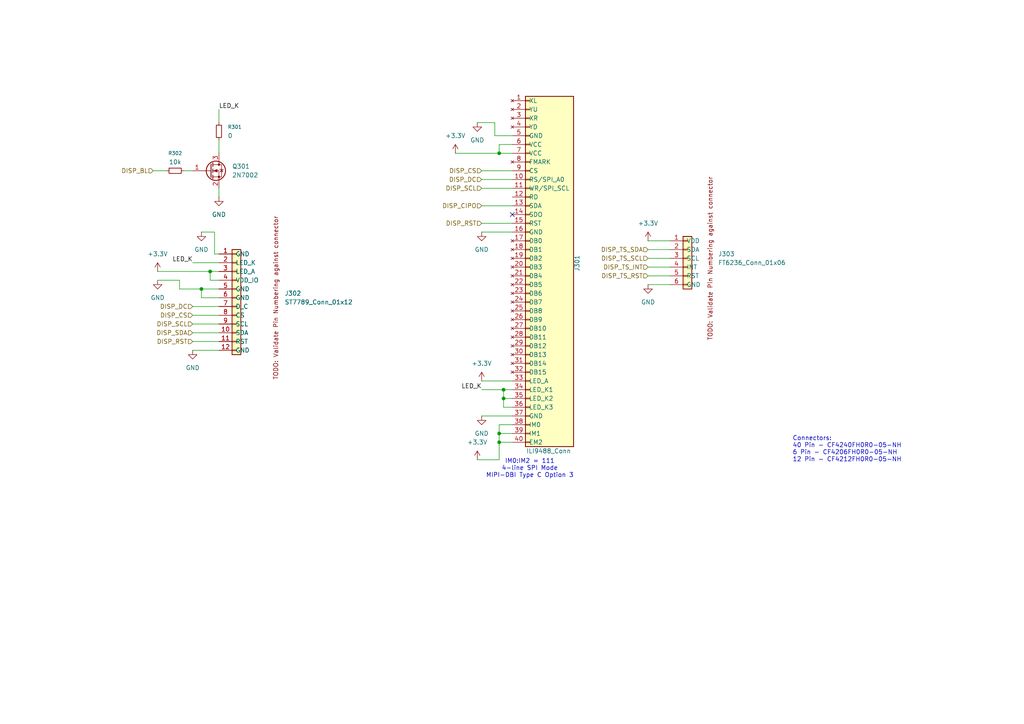
<source format=kicad_sch>
(kicad_sch (version 20250114) (generator "eeschema") (generator_version "9.0")
  (paper "A4")
  (lib_symbols
    (symbol "BVH_Connectors_Displays:FT6236_Conn_01x06" (pin_names (offset 1.016))
      (property "Reference" "J" (at 0 7.62 0))
      (property "Value" "FT6236_Conn_01x06" (at 0 -10.16 0))
      (symbol "FT6236_Conn_01x06_1_1"
        (rectangle (start -1.27 6.35) (end 1.27 -8.89) (stroke (width 0.254)) (fill (type background)))
        (rectangle (start -1.27 5.207) (end 0 4.953) (stroke (width 0.1524)))
        (rectangle (start -1.27 2.667) (end 0 2.413) (stroke (width 0.1524)))
        (rectangle (start -1.27 0.127) (end 0 -0.127) (stroke (width 0.1524)))
        (rectangle (start -1.27 -2.413) (end 0 -2.667) (stroke (width 0.1524)))
        (rectangle (start -1.27 -4.953) (end 0 -5.207) (stroke (width 0.1524)))
        (rectangle (start -1.27 -7.493) (end 0 -7.747) (stroke (width 0.1524)))
        (text "TODO: Validate Pin Numbering against connector" (at 6.604 0 900) (effects (font (size 1.27 1.27))))
        (pin passive line (at -5.08 5.08 0) (length 3.81) (name "VDD") (number "1"))
        (pin passive line (at -5.08 2.54 0) (length 3.81) (name "SDA") (number "2"))
        (pin passive line (at -5.08 0 0) (length 3.81) (name "SCL") (number "3"))
        (pin passive line (at -5.08 -2.54 0) (length 3.81) (name "INT") (number "4"))
        (pin passive line (at -5.08 -5.08 0) (length 3.81) (name "RST") (number "5"))
        (pin passive line (at -5.08 -7.62 0) (length 3.81) (name "GND") (number "6"))
      )
    )
    (symbol "BVH_Connectors_Displays:ILI9388_Conn_40pin_SPI" (pin_names (offset 1.016))
      (property "Reference" "J" (at 0 50.8 0))
      (property "Value" "ILI9488_Conn" (at 0 -53.34 0))
      (symbol "ILI9388_Conn_40pin_SPI_1_1"
        (rectangle (start -1.27 49.53) (end 12.7 -52.07) (stroke (width 0.254)) (fill (type background)))
        (rectangle (start -1.27 48.387) (end 0 48.133) (stroke (width 0.1524)))
        (rectangle (start -1.27 45.847) (end 0 45.593) (stroke (width 0.1524)))
        (rectangle (start -1.27 43.307) (end 0 43.053) (stroke (width 0.1524)))
        (rectangle (start -1.27 40.767) (end 0 40.513) (stroke (width 0.1524)))
        (rectangle (start -1.27 38.227) (end 0 37.973) (stroke (width 0.1524)))
        (rectangle (start -1.27 35.687) (end 0 35.433) (stroke (width 0.1524)))
        (rectangle (start -1.27 33.147) (end 0 32.893) (stroke (width 0.1524)))
        (rectangle (start -1.27 30.607) (end 0 30.353) (stroke (width 0.1524)))
        (rectangle (start -1.27 28.067) (end 0 27.813) (stroke (width 0.1524)))
        (rectangle (start -1.27 25.527) (end 0 25.273) (stroke (width 0.1524)))
        (rectangle (start -1.27 22.987) (end 0 22.733) (stroke (width 0.1524)))
        (rectangle (start -1.27 20.447) (end 0 20.193) (stroke (width 0.1524)))
        (rectangle (start -1.27 17.907) (end 0 17.653) (stroke (width 0.1524)))
        (rectangle (start -1.27 15.367) (end 0 15.113) (stroke (width 0.1524)))
        (rectangle (start -1.27 12.827) (end 0 12.573) (stroke (width 0.1524)))
        (rectangle (start -1.27 10.287) (end 0 10.033) (stroke (width 0.1524)))
        (rectangle (start -1.27 7.747) (end 0 7.493) (stroke (width 0.1524)))
        (rectangle (start -1.27 5.207) (end 0 4.953) (stroke (width 0.1524)))
        (rectangle (start -1.27 2.667) (end 0 2.413) (stroke (width 0.1524)))
        (rectangle (start -1.27 0.127) (end 0 -0.127) (stroke (width 0.1524)))
        (rectangle (start -1.27 -2.413) (end 0 -2.667) (stroke (width 0.1524)))
        (rectangle (start -1.27 -4.953) (end 0 -5.207) (stroke (width 0.1524)))
        (rectangle (start -1.27 -7.493) (end 0 -7.747) (stroke (width 0.1524)))
        (rectangle (start -1.27 -10.033) (end 0 -10.287) (stroke (width 0.1524)))
        (rectangle (start -1.27 -12.573) (end 0 -12.827) (stroke (width 0.1524)))
        (rectangle (start -1.27 -15.113) (end 0 -15.367) (stroke (width 0.1524)))
        (rectangle (start -1.27 -17.653) (end 0 -17.907) (stroke (width 0.1524)))
        (rectangle (start -1.27 -20.193) (end 0 -20.447) (stroke (width 0.1524)))
        (rectangle (start -1.27 -22.733) (end 0 -22.987) (stroke (width 0.1524)))
        (rectangle (start -1.27 -25.273) (end 0 -25.527) (stroke (width 0.1524)))
        (rectangle (start -1.27 -27.813) (end 0 -28.067) (stroke (width 0.1524)))
        (rectangle (start -1.27 -30.353) (end 0 -30.607) (stroke (width 0.1524)))
        (rectangle (start -1.27 -32.893) (end 0 -33.147) (stroke (width 0.1524)))
        (rectangle (start -1.27 -35.433) (end 0 -35.687) (stroke (width 0.1524)))
        (rectangle (start -1.27 -37.973) (end 0 -38.227) (stroke (width 0.1524)))
        (rectangle (start -1.27 -40.513) (end 0 -40.767) (stroke (width 0.1524)))
        (rectangle (start -1.27 -43.053) (end 0 -43.307) (stroke (width 0.1524)))
        (rectangle (start -1.27 -45.593) (end 0 -45.847) (stroke (width 0.1524)))
        (rectangle (start -1.27 -48.133) (end 0 -48.387) (stroke (width 0.1524)))
        (rectangle (start -1.27 -50.673) (end 0 -50.927) (stroke (width 0.1524)))
        (pin no_connect line (at -5.08 48.26 0) (length 3.81) (name "XL") (number "1"))
        (pin no_connect line (at -5.08 45.72 0) (length 3.81) (name "YU") (number "2"))
        (pin no_connect line (at -5.08 43.18 0) (length 3.81) (name "XR") (number "3"))
        (pin no_connect line (at -5.08 40.64 0) (length 3.81) (name "YD") (number "4"))
        (pin passive line (at -5.08 38.1 0) (length 3.81) (name "GND") (number "5"))
        (pin passive line (at -5.08 35.56 0) (length 3.81) (name "VCC") (number "6"))
        (pin passive line (at -5.08 33.02 0) (length 3.81) (name "VCC") (number "7"))
        (pin no_connect line (at -5.08 30.48 0) (length 3.81) (name "FMARK") (number "8"))
        (pin passive line (at -5.08 27.94 0) (length 3.81) (name "CS") (number "9"))
        (pin passive line (at -5.08 25.4 0) (length 3.81) (name "RS/SPI_A0") (number "10"))
        (pin passive line (at -5.08 22.86 0) (length 3.81) (name "WR/SPI_SCL") (number "11"))
        (pin passive line (at -5.08 20.32 0) (length 3.81) (name "RD") (number "12"))
        (pin passive line (at -5.08 17.78 0) (length 3.81) (name "SDA") (number "13"))
        (pin passive line (at -5.08 15.24 0) (length 3.81) (name "SDO") (number "14"))
        (pin passive line (at -5.08 12.7 0) (length 3.81) (name "RST") (number "15"))
        (pin passive line (at -5.08 10.16 0) (length 3.81) (name "GND") (number "16"))
        (pin no_connect line (at -5.08 7.62 0) (length 3.81) (name "DB0") (number "17"))
        (pin no_connect line (at -5.08 5.08 0) (length 3.81) (name "DB1") (number "18"))
        (pin no_connect line (at -5.08 2.54 0) (length 3.81) (name "DB2") (number "19"))
        (pin no_connect line (at -5.08 0 0) (length 3.81) (name "DB3") (number "20"))
        (pin no_connect line (at -5.08 -2.54 0) (length 3.81) (name "DB4") (number "21"))
        (pin no_connect line (at -5.08 -5.08 0) (length 3.81) (name "DB5") (number "22"))
        (pin no_connect line (at -5.08 -7.62 0) (length 3.81) (name "DB6") (number "23"))
        (pin no_connect line (at -5.08 -10.16 0) (length 3.81) (name "DB7") (number "24"))
        (pin no_connect line (at -5.08 -12.7 0) (length 3.81) (name "DB8") (number "25"))
        (pin no_connect line (at -5.08 -15.24 0) (length 3.81) (name "DB9") (number "26"))
        (pin no_connect line (at -5.08 -17.78 0) (length 3.81) (name "DB10") (number "27"))
        (pin no_connect line (at -5.08 -20.32 0) (length 3.81) (name "DB11") (number "28"))
        (pin no_connect line (at -5.08 -22.86 0) (length 3.81) (name "DB12") (number "29"))
        (pin no_connect line (at -5.08 -25.4 0) (length 3.81) (name "DB13") (number "30"))
        (pin no_connect line (at -5.08 -27.94 0) (length 3.81) (name "DB14") (number "31"))
        (pin no_connect line (at -5.08 -30.48 0) (length 3.81) (name "DB15") (number "32"))
        (pin passive line (at -5.08 -33.02 0) (length 3.81) (name "LED_A") (number "33"))
        (pin passive line (at -5.08 -35.56 0) (length 3.81) (name "LED_K1") (number "34"))
        (pin passive line (at -5.08 -38.1 0) (length 3.81) (name "LED_K2") (number "35"))
        (pin passive line (at -5.08 -40.64 0) (length 3.81) (name "LED_K3") (number "36"))
        (pin passive line (at -5.08 -43.18 0) (length 3.81) (name "GND") (number "37"))
        (pin passive line (at -5.08 -45.72 0) (length 3.81) (name "IM0") (number "38"))
        (pin passive line (at -5.08 -48.26 0) (length 3.81) (name "IM1") (number "39"))
        (pin passive line (at -5.08 -50.8 0) (length 3.81) (name "EM2") (number "40"))
      )
    )
    (symbol "BVH_Connectors_Displays:ST7789_Conn_01x12" (pin_names (offset 1.016))
      (property "Reference" "J" (at 0 15.24 0))
      (property "Value" "ST7789_Conn_01x12" (at 0 -17.78 0))
      (symbol "ST7789_Conn_01x12_1_1"
        (rectangle (start -1.27 13.97) (end 1.27 -16.51) (stroke (width 0.254)) (fill (type background)))
        (rectangle (start -1.27 12.827) (end 0 12.573) (stroke (width 0.1524)))
        (rectangle (start -1.27 10.287) (end 0 10.033) (stroke (width 0.1524)))
        (rectangle (start -1.27 7.747) (end 0 7.493) (stroke (width 0.1524)))
        (rectangle (start -1.27 5.207) (end 0 4.953) (stroke (width 0.1524)))
        (rectangle (start -1.27 2.667) (end 0 2.413) (stroke (width 0.1524)))
        (rectangle (start -1.27 0.127) (end 0 -0.127) (stroke (width 0.1524)))
        (rectangle (start -1.27 -2.413) (end 0 -2.667) (stroke (width 0.1524)))
        (rectangle (start -1.27 -4.953) (end 0 -5.207) (stroke (width 0.1524)))
        (rectangle (start -1.27 -7.493) (end 0 -7.747) (stroke (width 0.1524)))
        (rectangle (start -1.27 -10.033) (end 0 -10.287) (stroke (width 0.1524)))
        (rectangle (start -1.27 -12.573) (end 0 -12.827) (stroke (width 0.1524)))
        (rectangle (start -1.27 -15.113) (end 0 -15.367) (stroke (width 0.1524)))
        (text "TODO: Validate Pin Numbering against connector" (at 11.43 0 900) (effects (font (size 1.27 1.27))))
        (pin passive line (at -5.08 12.7 0) (length 3.81) (name "GND") (number "1"))
        (pin passive line (at -5.08 10.16 0) (length 3.81) (name "LED_K") (number "2"))
        (pin passive line (at -5.08 7.62 0) (length 3.81) (name "LED_A") (number "3"))
        (pin passive line (at -5.08 5.08 0) (length 3.81) (name "VDD_IO") (number "4"))
        (pin passive line (at -5.08 2.54 0) (length 3.81) (name "GND") (number "5"))
        (pin passive line (at -5.08 0 0) (length 3.81) (name "GND") (number "6"))
        (pin passive line (at -5.08 -2.54 0) (length 3.81) (name "D_C") (number "7"))
        (pin passive line (at -5.08 -5.08 0) (length 3.81) (name "CS") (number "8"))
        (pin passive line (at -5.08 -7.62 0) (length 3.81) (name "SCL") (number "9"))
        (pin passive line (at -5.08 -10.16 0) (length 3.81) (name "SDA") (number "10"))
        (pin passive line (at -5.08 -12.7 0) (length 3.81) (name "RST") (number "11"))
        (pin passive line (at -5.08 -15.24 0) (length 3.81) (name "GND") (number "12"))
      )
    )
    (symbol "Device:R_Small" (pin_numbers (hide yes)) (pin_names (offset 0.254) (hide yes))
      (property "Reference" "R" (at 0 0 90))
      (property "Value" "R_Small" (at 1.778 0 90))
      (symbol "R_Small_0_1"
        (rectangle (start -0.762 1.778) (end 0.762 -1.778) (stroke (width 0.2032)))
      )
      (symbol "R_Small_1_1"
        (pin passive line (at 0 2.54 270) (length 0.762) (name "~") (number "1"))
        (pin passive line (at 0 -2.54 90) (length 0.762) (name "~") (number "2"))
      )
    )
    (symbol "Transistor_FET:2N7002" (pin_names (hide yes))
      (property "Reference" "Q" (at 5.08 1.905 0))
      (property "Value" "2N7002" (at 5.08 0 0))
      (symbol "2N7002_0_1"
        (polyline (pts (xy 0.254 1.905) (xy 0.254 -1.905)) (stroke (width 0.254)))
        (polyline (pts (xy 0.254 0) (xy -2.54 0)))
        (polyline (pts (xy 0.762 2.286) (xy 0.762 1.27)) (stroke (width 0.254)))
        (polyline (pts (xy 0.762 0.508) (xy 0.762 -0.508)) (stroke (width 0.254)))
        (polyline (pts (xy 0.762 -1.27) (xy 0.762 -2.286)) (stroke (width 0.254)))
        (polyline (pts (xy 0.762 -1.778) (xy 3.302 -1.778) (xy 3.302 1.778) (xy 0.762 1.778)))
        (polyline (pts (xy 1.016 0) (xy 2.032 0.381) (xy 2.032 -0.381) (xy 1.016 0)) (fill (type outline)))
        (circle (center 1.651 0) (radius 2.794) (stroke (width 0.254)))
        (polyline (pts (xy 2.54 2.54) (xy 2.54 1.778)))
        (circle (center 2.54 1.778) (radius 0.254) (fill (type outline)))
        (circle (center 2.54 -1.778) (radius 0.254) (fill (type outline)))
        (polyline (pts (xy 2.54 -2.54) (xy 2.54 0) (xy 0.762 0)))
        (polyline (pts (xy 2.794 0.508) (xy 2.921 0.381) (xy 3.683 0.381) (xy 3.81 0.254)))
        (polyline (pts (xy 3.302 0.381) (xy 2.921 -0.254) (xy 3.683 -0.254) (xy 3.302 0.381)))
      )
      (symbol "2N7002_1_1"
        (pin input line (at -5.08 0 0) (length 2.54) (name "G") (number "1"))
        (pin passive line (at 2.54 5.08 270) (length 2.54) (name "D") (number "3"))
        (pin passive line (at 2.54 -5.08 90) (length 2.54) (name "S") (number "2"))
      )
    )
    (symbol "power:+3.3V" (power) (pin_numbers (hide yes)) (pin_names (offset 0) (hide yes))
      (property "Value" "+3.3V" (at 0 3.556 0))
      (symbol "+3.3V_0_1"
        (polyline (pts (xy -0.762 1.27) (xy 0 2.54)))
        (polyline (pts (xy 0 2.54) (xy 0.762 1.27)))
        (polyline (pts (xy 0 0) (xy 0 2.54)))
      )
      (symbol "+3.3V_1_1"
        (pin power_in line (at 0 0 90) (length 0) (name "~") (number "1"))
      )
    )
    (symbol "power:GND" (power) (pin_numbers (hide yes)) (pin_names (offset 0) (hide yes))
      (property "Value" "GND" (at 0 -3.81 0))
      (symbol "GND_0_1"
        (polyline (pts (xy 0 0) (xy 0 -1.27) (xy 1.27 -1.27) (xy 0 -2.54) (xy -1.27 -1.27) (xy 0 -1.27)))
      )
      (symbol "GND_1_1"
        (pin power_in line (at 0 0 270) (length 0) (name "~") (number "1"))
      )
    )
  )
  (text "IM0:IM2 = 111\n4-line SPI Mode\nMIPI-DBI Type C Option 3" (at 153.67 135.89 0) (effects (font (size 1.27 1.27))))
  (text "Connectors:\n40 Pin - CF4240FH0R0-05-NH\n6 Pin - CF4206FH0R0-05-NH\n12 Pin - CF4212FH0R0-05-NH" (at 229.87 130.302 0) (effects (font (size 1.27 1.27)) (justify left)))
  (junction (at 146.05 115.57))
  (junction (at 144.78 125.73))
  (junction (at 146.05 113.03))
  (junction (at 144.78 44.45))
  (junction (at 58.42 83.82))
  (junction (at 144.78 128.27))
  (junction (at 60.96 78.74))
  (no_connect (at 148.59 62.23))
  (wire (pts (xy 187.96 77.47) (xy 194.31 77.47)))
  (wire (pts (xy 58.42 83.82) (xy 63.5 83.82)))
  (wire (pts (xy 55.88 93.98) (xy 63.5 93.98)))
  (wire (pts (xy 52.07 81.28) (xy 52.07 83.82)))
  (wire (pts (xy 139.7 54.61) (xy 148.59 54.61)))
  (wire (pts (xy 60.96 81.28) (xy 60.96 78.74)))
  (wire (pts (xy 44.45 49.53) (xy 48.26 49.53)))
  (wire (pts (xy 139.7 110.49) (xy 148.59 110.49)))
  (wire (pts (xy 146.05 113.03) (xy 148.59 113.03)))
  (wire (pts (xy 187.96 82.55) (xy 194.31 82.55)))
  (wire (pts (xy 187.96 69.85) (xy 194.31 69.85)))
  (wire (pts (xy 138.43 35.56) (xy 143.51 35.56)))
  (wire (pts (xy 144.78 133.35) (xy 144.78 128.27)))
  (wire (pts (xy 58.42 67.31) (xy 62.23 67.31)))
  (wire (pts (xy 58.42 86.36) (xy 58.42 83.82)))
  (wire (pts (xy 45.72 81.28) (xy 52.07 81.28)))
  (wire (pts (xy 62.23 73.66) (xy 63.5 73.66)))
  (wire (pts (xy 143.51 39.37) (xy 148.59 39.37)))
  (wire (pts (xy 139.7 113.03) (xy 146.05 113.03)))
  (wire (pts (xy 144.78 44.45) (xy 148.59 44.45)))
  (wire (pts (xy 63.5 31.75) (xy 63.5 35.56)))
  (wire (pts (xy 187.96 74.93) (xy 194.31 74.93)))
  (wire (pts (xy 144.78 125.73) (xy 144.78 123.19)))
  (wire (pts (xy 139.7 52.07) (xy 148.59 52.07)))
  (wire (pts (xy 187.96 80.01) (xy 194.31 80.01)))
  (wire (pts (xy 62.23 67.31) (xy 62.23 73.66)))
  (wire (pts (xy 148.59 41.91) (xy 144.78 41.91)))
  (wire (pts (xy 63.5 54.61) (xy 63.5 57.15)))
  (wire (pts (xy 187.96 72.39) (xy 194.31 72.39)))
  (wire (pts (xy 52.07 83.82) (xy 58.42 83.82)))
  (wire (pts (xy 148.59 115.57) (xy 146.05 115.57)))
  (wire (pts (xy 144.78 123.19) (xy 148.59 123.19)))
  (wire (pts (xy 139.7 64.77) (xy 148.59 64.77)))
  (wire (pts (xy 55.88 96.52) (xy 63.5 96.52)))
  (wire (pts (xy 144.78 128.27) (xy 148.59 128.27)))
  (wire (pts (xy 63.5 40.64) (xy 63.5 44.45)))
  (wire (pts (xy 144.78 128.27) (xy 144.78 125.73)))
  (wire (pts (xy 45.72 78.74) (xy 60.96 78.74)))
  (wire (pts (xy 144.78 41.91) (xy 144.78 44.45)))
  (wire (pts (xy 144.78 125.73) (xy 148.59 125.73)))
  (wire (pts (xy 138.43 133.35) (xy 144.78 133.35)))
  (wire (pts (xy 139.7 59.69) (xy 148.59 59.69)))
  (wire (pts (xy 63.5 86.36) (xy 58.42 86.36)))
  (wire (pts (xy 55.88 88.9) (xy 63.5 88.9)))
  (wire (pts (xy 146.05 115.57) (xy 146.05 113.03)))
  (wire (pts (xy 63.5 81.28) (xy 60.96 81.28)))
  (wire (pts (xy 55.88 99.06) (xy 63.5 99.06)))
  (wire (pts (xy 60.96 78.74) (xy 63.5 78.74)))
  (wire (pts (xy 55.88 91.44) (xy 63.5 91.44)))
  (wire (pts (xy 55.88 101.6) (xy 63.5 101.6)))
  (wire (pts (xy 132.08 44.45) (xy 144.78 44.45)))
  (wire (pts (xy 139.7 67.31) (xy 148.59 67.31)))
  (wire (pts (xy 148.59 118.11) (xy 146.05 118.11)))
  (wire (pts (xy 53.34 49.53) (xy 55.88 49.53)))
  (wire (pts (xy 55.88 76.2) (xy 63.5 76.2)))
  (wire (pts (xy 143.51 35.56) (xy 143.51 39.37)))
  (wire (pts (xy 146.05 118.11) (xy 146.05 115.57)))
  (wire (pts (xy 139.7 120.65) (xy 148.59 120.65)))
  (wire (pts (xy 139.7 49.53) (xy 148.59 49.53)))
  (label "LED_K" (at 139.7 113.03 180))
  (label "LED_K" (at 55.88 76.2 180))
  (label "LED_K" (at 63.5 31.75 0))
  (hierarchical_label "DISP_TS_RST" (shape input) (at 187.96 80.01 180))
  (hierarchical_label "DISP_TS_SDA" (shape input) (at 187.96 72.39 180))
  (hierarchical_label "DISP_DC" (shape input) (at 55.88 88.9 180))
  (hierarchical_label "DISP_BL" (shape input) (at 44.45 49.53 180))
  (hierarchical_label "DISP_SCL" (shape input) (at 139.7 54.61 180))
  (hierarchical_label "DISP_RST" (shape input) (at 55.88 99.06 180))
  (hierarchical_label "DISP_TS_INT" (shape input) (at 187.96 77.47 180))
  (hierarchical_label "DISP_CS" (shape input) (at 139.7 49.53 180))
  (hierarchical_label "DISP_TS_SCL" (shape input) (at 187.96 74.93 180))
  (hierarchical_label "DISP_DC" (shape input) (at 139.7 52.07 180))
  (hierarchical_label "DISP_SDA" (shape input) (at 55.88 96.52 180))
  (hierarchical_label "DISP_RST" (shape input) (at 139.7 64.77 180))
  (hierarchical_label "DISP_SCL" (shape input) (at 55.88 93.98 180))
  (hierarchical_label "DISP_CIPO" (shape input) (at 139.7 59.69 180))
  (hierarchical_label "DISP_CS" (shape input) (at 55.88 91.44 180))
  (symbol (lib_id "power:+3.3V") (at 139.7 110.49 0) (unit 1)
    (property "Reference" "#PWR0307" (effects (hide yes)))
    (property "Value" "+3.3V" (at 139.7 105.41 0))
    (property "Description" "Power symbol creates a global label with name \"+3.3V\"" (effects (hide yes)))
  )
  (symbol (lib_id "power:GND") (at 138.43 35.56 0) (unit 1)
    (property "Reference" "#PWR0311" (effects (hide yes)))
    (property "Value" "GND" (at 138.43 40.64 0))
    (property "Description" "Power symbol creates a global label with name \"GND\" , ground" (effects (hide yes)))
  )
  (symbol (lib_id "power:+3.3V") (at 138.43 133.35 0) (unit 1)
    (property "Reference" "#PWR0313" (effects (hide yes)))
    (property "Value" "+3.3V" (at 138.43 128.27 0))
    (property "Description" "Power symbol creates a global label with name \"+3.3V\"" (effects (hide yes)))
  )
  (symbol (lib_id "power:GND") (at 187.96 82.55 0) (unit 1)
    (property "Reference" "#PWR0309" (effects (hide yes)))
    (property "Value" "GND" (at 187.96 87.63 0))
    (property "Description" "Power symbol creates a global label with name \"GND\" , ground" (effects (hide yes)))
  )
  (symbol (lib_id "power:GND") (at 139.7 67.31 0) (unit 1)
    (property "Reference" "#PWR0306" (effects (hide yes)))
    (property "Value" "GND" (at 139.7 72.39 0))
    (property "Description" "Power symbol creates a global label with name \"GND\" , ground" (effects (hide yes)))
  )
  (symbol (lib_id "power:+3.3V") (at 187.96 69.85 0) (unit 1)
    (property "Reference" "#PWR0310" (effects (hide yes)))
    (property "Value" "+3.3V" (at 187.96 64.77 0))
    (property "Description" "Power symbol creates a global label with name \"+3.3V\"" (effects (hide yes)))
  )
  (symbol (lib_id "power:GND") (at 45.72 81.28 0) (unit 1)
    (property "Reference" "#PWR0304" (effects (hide yes)))
    (property "Value" "GND" (at 45.72 86.36 0))
    (property "Description" "Power symbol creates a global label with name \"GND\" , ground" (effects (hide yes)))
  )
  (symbol (lib_id "power:GND") (at 55.88 101.6 0) (unit 1)
    (property "Reference" "#PWR0305" (effects (hide yes)))
    (property "Value" "GND" (at 55.88 106.68 0))
    (property "Description" "Power symbol creates a global label with name \"GND\" , ground" (effects (hide yes)))
  )
  (symbol (lib_id "power:+3.3V") (at 132.08 44.45 0) (unit 1)
    (property "Reference" "#PWR0312" (effects (hide yes)))
    (property "Value" "+3.3V" (at 132.08 39.37 0))
    (property "Description" "Power symbol creates a global label with name \"+3.3V\"" (effects (hide yes)))
  )
  (symbol (lib_id "BVH_Connectors_Displays:ST7789_Conn_01x12") (at 68.58 86.36 0) (unit 1)
    (property "Reference" "J302" (at 82.55 85.0899 0) (effects (justify left)))
    (property "Value" "ST7789_Conn_01x12" (at 82.55 87.6299 0) (effects (justify left)))
    (property "Description" "Generic connector, single row, 01x12, script generated (kicad-library-utils/schlib/autogen/connector/)" (effects (hide yes)))
  )
  (symbol (lib_id "power:GND") (at 139.7 120.65 0) (unit 1)
    (property "Reference" "#PWR0308" (effects (hide yes)))
    (property "Value" "GND" (at 139.7 125.73 0))
    (property "Description" "Power symbol creates a global label with name \"GND\" , ground" (effects (hide yes)))
  )
  (symbol (lib_id "BVH_Connectors_Displays:ILI9388_Conn_40pin_SPI") (at 153.67 77.47 0) (unit 1)
    (property "Reference" "J301" (at 167.386 78.74 90) (effects (justify left)))
    (property "Value" "ILI9488_Conn" (at 152.654 130.81 0) (effects (justify left)))
    (property "Description" "Generic connector, single row, 01x40, script generated (kicad-library-utils/schlib/autogen/connector/)" (effects (hide yes)))
  )
  (symbol (lib_id "Device:R_Small") (at 63.5 38.1 0) (unit 1)
    (property "Reference" "R301" (at 66.04 36.8299 0) (effects (font (size 1.016 1.016)) (justify left)))
    (property "Value" "0" (at 66.04 39.3699 0) (effects (justify left)))
    (property "Footprint" "Resistor_SMD:R_0603_1608Metric_Pad0.98x0.95mm_HandSolder" (effects (hide yes)))
    (property "Description" "Resistor, small symbol" (effects (hide yes)))
  )
  (symbol (lib_id "BVH_Connectors_Displays:FT6236_Conn_01x06") (at 199.39 74.93 0) (unit 1)
    (property "Reference" "J303" (at 208.28 73.6599 0) (effects (justify left)))
    (property "Value" "FT6236_Conn_01x06" (at 208.28 76.1999 0) (effects (justify left)))
    (property "Description" "Generic connector, single row, 01x06, script generated (kicad-library-utils/schlib/autogen/connector/)" (effects (hide yes)))
  )
  (symbol (lib_id "power:GND") (at 63.5 57.15 0) (unit 1)
    (property "Reference" "#PWR0301" (effects (hide yes)))
    (property "Value" "GND" (at 63.5 62.23 0))
    (property "Description" "Power symbol creates a global label with name \"GND\" , ground" (effects (hide yes)))
  )
  (symbol (lib_id "Device:R_Small") (at 50.8 49.53 90) (unit 1)
    (property "Reference" "R302" (at 50.8 44.45 90) (effects (font (size 1.016 1.016))))
    (property "Value" "10k" (at 50.8 46.99 90))
    (property "Footprint" "Resistor_SMD:R_0603_1608Metric_Pad0.98x0.95mm_HandSolder" (effects (hide yes)))
    (property "Description" "Resistor, small symbol" (effects (hide yes)))
  )
  (symbol (lib_id "power:+3.3V") (at 45.72 78.74 0) (unit 1)
    (property "Reference" "#PWR0303" (effects (hide yes)))
    (property "Value" "+3.3V" (at 45.72 73.66 0))
    (property "Description" "Power symbol creates a global label with name \"+3.3V\"" (effects (hide yes)))
  )
  (symbol (lib_id "power:GND") (at 58.42 67.31 0) (unit 1)
    (property "Reference" "#PWR0302" (effects (hide yes)))
    (property "Value" "GND" (at 58.42 72.39 0))
    (property "Description" "Power symbol creates a global label with name \"GND\" , ground" (effects (hide yes)))
  )
  (symbol (lib_id "Transistor_FET:2N7002") (at 60.96 49.53 0) (unit 1)
    (property "Reference" "Q301" (at 67.31 48.2599 0) (effects (justify left)))
    (property "Value" "2N7002" (at 67.31 50.7999 0) (effects (justify left)))
    (property "Footprint" "Package_TO_SOT_SMD:SOT-23" (effects (hide yes)))
    (property "Datasheet" "https://www.onsemi.com/pub/Collateral/NDS7002A-D.PDF" (effects (hide yes)))
    (property "Description" "0.115A Id, 60V Vds, N-Channel MOSFET, SOT-23" (effects (hide yes)))
  )
)
</source>
